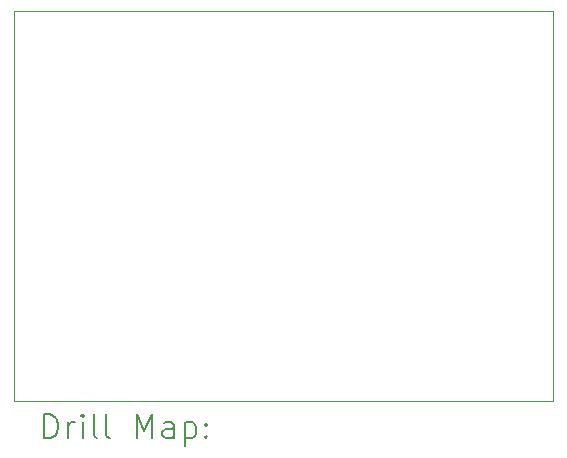
<source format=gbr>
%TF.GenerationSoftware,KiCad,Pcbnew,9.0.5*%
%TF.CreationDate,2025-11-05T10:26:17-05:00*%
%TF.ProjectId,dvrk-ios,6476726b-2d69-46f7-932e-6b696361645f,rev?*%
%TF.SameCoordinates,Original*%
%TF.FileFunction,Drillmap*%
%TF.FilePolarity,Positive*%
%FSLAX45Y45*%
G04 Gerber Fmt 4.5, Leading zero omitted, Abs format (unit mm)*
G04 Created by KiCad (PCBNEW 9.0.5) date 2025-11-05 10:26:17*
%MOMM*%
%LPD*%
G01*
G04 APERTURE LIST*
%ADD10C,0.050000*%
%ADD11C,0.200000*%
G04 APERTURE END LIST*
D10*
X7890000Y-5125000D02*
X7890000Y-5090000D01*
X3325000Y-5125000D02*
X3325000Y-1825000D01*
X3325000Y-1825000D02*
X7890000Y-1825000D01*
X7890000Y-1825000D02*
X7890000Y-5090000D01*
X3350000Y-5125000D02*
X3325000Y-5125000D01*
X7890000Y-5125000D02*
X3350000Y-5125000D01*
D11*
X3583277Y-5438984D02*
X3583277Y-5238984D01*
X3583277Y-5238984D02*
X3630896Y-5238984D01*
X3630896Y-5238984D02*
X3659467Y-5248508D01*
X3659467Y-5248508D02*
X3678515Y-5267555D01*
X3678515Y-5267555D02*
X3688039Y-5286603D01*
X3688039Y-5286603D02*
X3697562Y-5324698D01*
X3697562Y-5324698D02*
X3697562Y-5353270D01*
X3697562Y-5353270D02*
X3688039Y-5391365D01*
X3688039Y-5391365D02*
X3678515Y-5410412D01*
X3678515Y-5410412D02*
X3659467Y-5429460D01*
X3659467Y-5429460D02*
X3630896Y-5438984D01*
X3630896Y-5438984D02*
X3583277Y-5438984D01*
X3783277Y-5438984D02*
X3783277Y-5305650D01*
X3783277Y-5343746D02*
X3792801Y-5324698D01*
X3792801Y-5324698D02*
X3802324Y-5315174D01*
X3802324Y-5315174D02*
X3821372Y-5305650D01*
X3821372Y-5305650D02*
X3840420Y-5305650D01*
X3907086Y-5438984D02*
X3907086Y-5305650D01*
X3907086Y-5238984D02*
X3897562Y-5248508D01*
X3897562Y-5248508D02*
X3907086Y-5258031D01*
X3907086Y-5258031D02*
X3916610Y-5248508D01*
X3916610Y-5248508D02*
X3907086Y-5238984D01*
X3907086Y-5238984D02*
X3907086Y-5258031D01*
X4030896Y-5438984D02*
X4011848Y-5429460D01*
X4011848Y-5429460D02*
X4002324Y-5410412D01*
X4002324Y-5410412D02*
X4002324Y-5238984D01*
X4135658Y-5438984D02*
X4116610Y-5429460D01*
X4116610Y-5429460D02*
X4107086Y-5410412D01*
X4107086Y-5410412D02*
X4107086Y-5238984D01*
X4364229Y-5438984D02*
X4364229Y-5238984D01*
X4364229Y-5238984D02*
X4430896Y-5381841D01*
X4430896Y-5381841D02*
X4497563Y-5238984D01*
X4497563Y-5238984D02*
X4497563Y-5438984D01*
X4678515Y-5438984D02*
X4678515Y-5334222D01*
X4678515Y-5334222D02*
X4668991Y-5315174D01*
X4668991Y-5315174D02*
X4649944Y-5305650D01*
X4649944Y-5305650D02*
X4611848Y-5305650D01*
X4611848Y-5305650D02*
X4592801Y-5315174D01*
X4678515Y-5429460D02*
X4659467Y-5438984D01*
X4659467Y-5438984D02*
X4611848Y-5438984D01*
X4611848Y-5438984D02*
X4592801Y-5429460D01*
X4592801Y-5429460D02*
X4583277Y-5410412D01*
X4583277Y-5410412D02*
X4583277Y-5391365D01*
X4583277Y-5391365D02*
X4592801Y-5372317D01*
X4592801Y-5372317D02*
X4611848Y-5362793D01*
X4611848Y-5362793D02*
X4659467Y-5362793D01*
X4659467Y-5362793D02*
X4678515Y-5353270D01*
X4773753Y-5305650D02*
X4773753Y-5505650D01*
X4773753Y-5315174D02*
X4792801Y-5305650D01*
X4792801Y-5305650D02*
X4830896Y-5305650D01*
X4830896Y-5305650D02*
X4849944Y-5315174D01*
X4849944Y-5315174D02*
X4859467Y-5324698D01*
X4859467Y-5324698D02*
X4868991Y-5343746D01*
X4868991Y-5343746D02*
X4868991Y-5400889D01*
X4868991Y-5400889D02*
X4859467Y-5419936D01*
X4859467Y-5419936D02*
X4849944Y-5429460D01*
X4849944Y-5429460D02*
X4830896Y-5438984D01*
X4830896Y-5438984D02*
X4792801Y-5438984D01*
X4792801Y-5438984D02*
X4773753Y-5429460D01*
X4954705Y-5419936D02*
X4964229Y-5429460D01*
X4964229Y-5429460D02*
X4954705Y-5438984D01*
X4954705Y-5438984D02*
X4945182Y-5429460D01*
X4945182Y-5429460D02*
X4954705Y-5419936D01*
X4954705Y-5419936D02*
X4954705Y-5438984D01*
X4954705Y-5315174D02*
X4964229Y-5324698D01*
X4964229Y-5324698D02*
X4954705Y-5334222D01*
X4954705Y-5334222D02*
X4945182Y-5324698D01*
X4945182Y-5324698D02*
X4954705Y-5315174D01*
X4954705Y-5315174D02*
X4954705Y-5334222D01*
M02*

</source>
